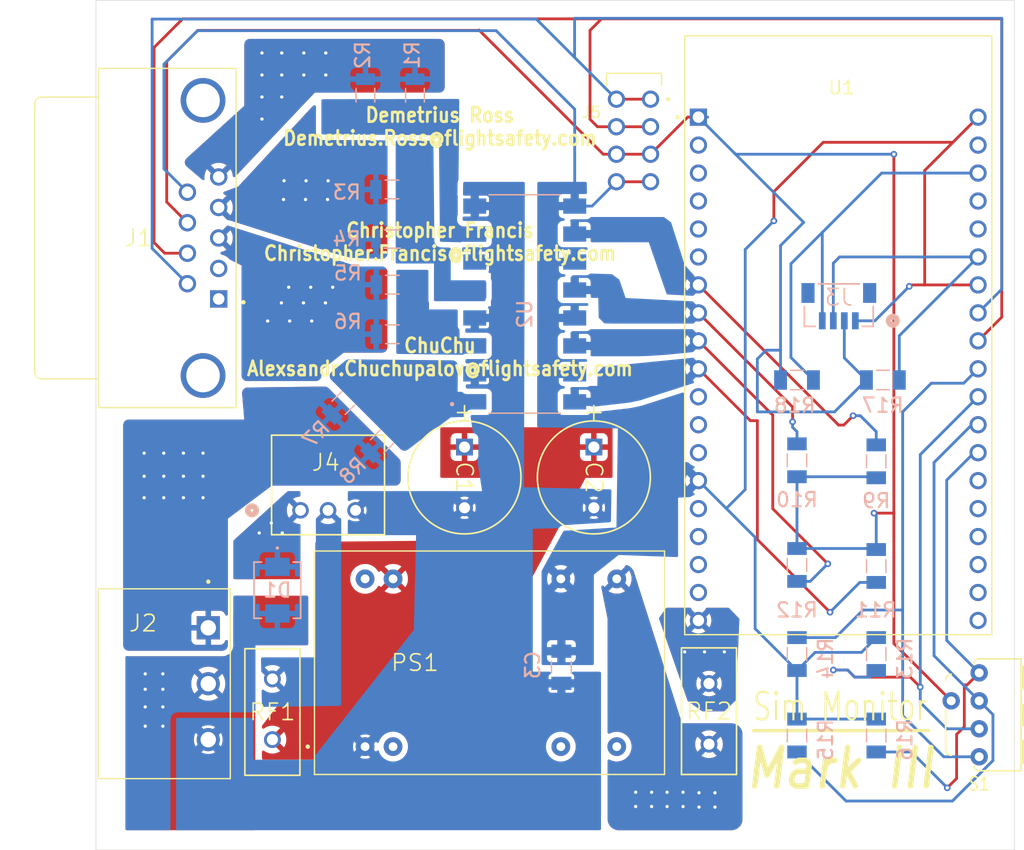
<source format=kicad_pcb>
(kicad_pcb (version 20241229) (generator "pcbnew") (generator_version "9.0")
  (layers (0 "F.Cu" signal) (2 "B.Cu" signal) (13 "F.Paste" user) (15 "B.Paste" user) (5 "F.SilkS" user "F.Silkscreen") (7 "B.SilkS" user "B.Silkscreen") (1 "F.Mask" user) (3 "B.Mask" user) (25 "Edge.Cuts" user))
  (net 0 "")
  (net 1 "-Vin")
  (net 4 "spare")
  (net 5 "ramp_down")
  (net 7 "ramp_up")
  (net 9 "sim_home")
  (net 14 "spare_opto")
  (net 15 "+3.3V")
  (net 16 "GPIO_25")
  (net 17 "GPIO_26")
  (net 18 "GPIO_16")
  (net 19 "ESP_GND2")
  (net 20 "GPIO_17")
  (net 21 "GPIO_4")
  (net 22 "/+VIN")
  (net 36 "GPIO_21")
  (net 41 "GPIO_22")
  (net 44 "+24V")
  (net 46 "GPIO_32")
  (net 47 "GPIO_33")
  (net 48 "GPIO_5")
  (net 49 "ramp_up_opto")
  (net 50 "/ramp_down_opto")
  (net 51 "/sim_home_opto")
  (net 52 "+VIN-dc")
  (net 53 "/+VOUT")
  (net 54 "+VOUT-esp")
  (net 55 "/+24V-Sim")
  (net 56 "GPIO_19")
  (net 57 "GPIO_18")
  (footprint "footprints:DRR3010" (layer "F.Cu") (at 175.75 117.31915 90)
    (property "Reference" "S1")
    (property "Value" "DRR3016")
  )
  (footprint "footprints:MODULE_ESP32-DEVKITC-32D" (layer "F.Cu") (at 162.95 82.78915)
    (property "Reference" "U1")
    (property "Value" "ESP32-DEVKITC-32D")
  )
  (footprint "footprints:CONN_S3B-EH_JST" (layer "F.Cu") (at 114.1049 98.7451)
    (property "Reference" "J4")
    (property "Value" "S3B-EH")
  )
  (footprint "footprints:ASSMANN_A-DF_09_A_KG-T4S" (layer "F.Cu") (at 106.67 79.545 -90)
    (property "Reference" "J1")
    (property "Value" "A-DF_09_A_KG-T4S")
  )
  (footprint "footprints:PTC_RESET_FUSE" (layer "F.Cu") (at 151.21 119.98915 90)
    (property "Reference" "RF2")
    (property "Value" "~" (hide yes))
  )
  (footprint "footprints:PHOENIX_1770979" (layer "F.Cu") (at 141.9 59.05 -90)
    (property "Reference" "J5")
    (property "Value" "1770979")
  )
  (footprint "footprints:PTC_RESET_FUSE" (layer "F.Cu") (at 111.55 114.0617 -90)
    (property "Reference" "RF1")
    (property "Value" "~" (hide yes))
  )
  (footprint "footprints:PCAP_10x12_5-THRU-ELECT_NCA" (layer "F.Cu") (at 140.75 93 -90)
    (property "Reference" "C2")
    (property "Value" "UHE2A470MPD")
  )
  (footprint "footprints:PHOENIX_1757255" (layer "F.Cu") (at 95.725 105.875 -90)
    (property "Reference" "J2")
    (property "Value" "jst-power")
  )
  (footprint "footprints:PCAP_10x12_5-THRU-ELECT_NCA" (layer "F.Cu") (at 129 93 -90)
    (property "Reference" "C1")
    (property "Value" "UHE2A470MPD")
  )
  (footprint "footprints:CONV_REC5A-2405SW_H2" (layer "F.Cu") (at 131.27 112.58915)
    (property "Reference" "PS1")
    (property "Value" "REC5A-2405SW_H2")
  )
  (footprint "footprints:CONN_BM04B-SRSS-TB_SPK" (layer "B.Cu") (at 163 80.106 180)
    (property "Reference" "J3")
    (property "Value" "JST -SM")
  )
  (footprint "footprints:RESC3216X75N" (layer "B.Cu") (at 159.2 86.906)
    (property "Reference" "R18")
    (property "Value" "CR1206-FX-1002ELF")
  )
  (footprint "footprints:RESC3216X75N" (layer "B.Cu") (at 166.4 103.8 90)
    (property "Reference" "R11")
    (property "Value" "CR1206-FX-1002ELF")
  )
  (footprint "footprints:RESC3216X75N" (layer "B.Cu") (at 166.4 111.8 90)
    (property "Reference" "R13")
    (property "Value" "CR1206-FX-1002ELF")
  )
  (footprint "footprints:RESC3115X65N" (layer "B.Cu") (at 122.45 82.75)
    (property "Reference" "R6" (hide yes))
    (property "Value" "CRGH1206J4K7")
  )
  (footprint "footprints:RESC3115X65N" (layer "B.Cu") (at 121.5 92.5 45)
    (property "Reference" "R8")
    (property "Value" "CRGH1206J4K7")
  )
  (footprint "footprints:DO214AASMB_CIP-L" (layer "B.Cu") (at 112 106 -90)
    (property "Reference" "D1")
    (property "Value" "SS34B-HF")
  )
  (footprint "footprints:RESC3115X65N" (layer "B.Cu") (at 124.5 61.04 -90)
    (property "Reference" "R1")
    (property "Value" "CRGH1206J4K7")
  )
  (footprint "footprints:RESC3115X65N" (layer "B.Cu") (at 122.45 78.25)
    (property "Reference" "R5" (hide yes))
    (property "Value" "CRGH1206J4K7")
  )
  (footprint "footprints:RESC3015X65N" (layer "B.Cu") (at 122.45 74.1)
    (property "Reference" "R4")
    (property "Value" "CRGH1206J4K7")
  )
  (footprint "footprints:RESC3115X65N" (layer "B.Cu") (at 122.41 69.6)
    (property "Reference" "R3")
    (property "Value" "CRGH1206J4K7")
  )
  (footprint "footprints:RESC3216X75N" (layer "B.Cu") (at 167 86.906)
    (property "Reference" "R17")
    (property "Value" "CR1206-FX-1002ELF")
  )
  (footprint "footprints:RESC3216X75N" (layer "B.Cu") (at 159.2 94.2 -90)
    (property "Reference" "R10")
    (property "Value" "CR1206-FX-1002ELF")
  )
  (footprint "footprints:SOIC254P1016X460-16N" (layer "B.Cu") (at 134.47 80)
    (property "Reference" "U2")
    (property "Value" "LTV-846S")
  )
  (footprint "footprints:RESC3216X75N" (layer "B.Cu") (at 166.4 94.294 -90)
    (property "Reference" "R9")
    (property "Value" "CR1206-FX-1002ELF")
  )
  (footprint "footprints:RESC3216X75N" (layer "B.Cu") (at 159.2 103.706 90)
    (property "Reference" "R12")
    (property "Value" "CR1206-FX-1002ELF")
  )
  (footprint "footprints:RESC3216X75N" (layer "B.Cu") (at 159.2 111.8 -90)
    (property "Reference" "R14")
    (property "Value" "CR1206-FX-1002ELF")
  )
  (footprint "footprints:RESC3216X75N" (layer "B.Cu") (at 166.4 119.2 90)
    (property "Reference" "R16")
    (property "Value" "CR1206-FX-1002ELF")
  )
  (footprint "footprints:RESC3115X65N" (layer "B.Cu") (at 120 61.04 -90)
    (property "Reference" "R2")
    (property "Value" "CRGH1206J4K7")
  )
  (footprint "footprints:RESC3216X75N" (layer "B.Cu") (at 159.2 119.2 90)
    (property "Reference" "R15")
    (property "Value" "CR1206-FX-1002ELF")
  )
  (footprint "footprints:CAPC3216X180N" (layer "B.Cu") (at 137.8 113 -90)
    (property "Reference" "C3")
    (property "Value" "1000pf/3kV")
  )
  (footprint "footprints:RESC3115X65N" (layer "B.Cu") (at 118 89 45)
    (property "Reference" "R7")
    (property "Value" "CRGH1206J4K7")
  )
  (gr_line (start 155.225 118.75) (end 171.175 118.75) (stroke (width 0.3)) (layer "F.SilkS"))
  (gr_rect (start 95.525 52.41415) (end 178.95 129.58915) (stroke (width 0.05)) (fill no) (layer "Edge.Cuts"))
  (gr_text "Mark III" (at 154.34 124.24 0) (layer "F.SilkS") (effects (font (size 3.5 3) (thickness 0.5) (bold yes) (italic yes)) (justify left bottom)))
  (gr_text "Demetrius Ross\nDemetrius.Ross@flightsafety.com\n\n\n\nChristopher Francis\nChristopher.Francis@flightsafety.com\n\n\n\nChuChu\nAlexsandr.Chuchupalov@flightsafety.com" (at 126.76931 74.356228 0) (layer "F.SilkS") (effects (font (size 1.3 1.15) (thickness 0.25) (bold yes))))
  (gr_text "Sim Monitor" (at 163.125 118.05 0) (layer "F.SilkS") (effects (font (size 2.5 1.75) (thickness 0.2)) (justify bottom)))
  (gr_text "R5\n" (at 118.4 77.2 0) (layer "B.SilkS") (effects (font (size 1.3 1.3) (thickness 0.2)) (justify mirror)))
  (gr_text "R6\n" (at 118.4 81.6 0) (layer "B.SilkS") (effects (font (size 1.3 1.3) (thickness 0.2)) (justify mirror)))
  (via (at 110.6 59.2) (size 0.6) (drill 0.3) (layers "F.Cu" "B.Cu") (net 4))
  (via (at 110.6 61.2) (size 0.6) (drill 0.3) (layers "F.Cu" "B.Cu") (net 4))
  (via (at 116.4 57.2) (size 0.6) (drill 0.3) (layers "F.Cu" "B.Cu") (net 4))
  (via (at 110.6 57.2) (size 0.6) (drill 0.3) (layers "F.Cu" "B.Cu") (net 4))
  (via (at 114.4 59.2) (size 0.6) (drill 0.3) (layers "F.Cu" "B.Cu") (net 4))
  (via (at 110.6 63.2) (size 0.6) (drill 0.3) (layers "F.Cu" "B.Cu") (net 4))
  (via (at 116.4 59.2) (size 0.6) (drill 0.3) (layers "F.Cu" "B.Cu") (net 4))
  (via (at 114.4 57.2) (size 0.6) (drill 0.3) (layers "F.Cu" "B.Cu") (net 4))
  (via (at 112.4 61.2) (size 0.6) (drill 0.3) (layers "F.Cu" "B.Cu") (net 4))
  (via (at 112.4 59.2) (size 0.6) (drill 0.3) (layers "F.Cu" "B.Cu") (net 4))
  (via (at 112.4 57.2) (size 0.6) (drill 0.3) (layers "F.Cu" "B.Cu") (net 4))
  (via (at 116.37 79.9) (size 0.6) (drill 0.3) (layers "F.Cu" "B.Cu") (net 5))
  (via (at 117.03 78.48) (size 0.6) (drill 0.3) (layers "F.Cu" "B.Cu") (net 5))
  (via (at 112.37 79.9) (size 0.6) (drill 0.3) (layers "F.Cu" "B.Cu") (net 5))
  (via (at 115.03 78.48) (size 0.6) (drill 0.3) (layers "F.Cu" "B.Cu") (net 5))
  (via (at 113.12 81.55) (size 0.6) (drill 0.3) (layers "F.Cu" "B.Cu") (net 5))
  (via (at 114.37 79.9) (size 0.6) (drill 0.3) (layers "F.Cu" "B.Cu") (net 5))
  (via (at 113.03 78.48) (size 0.6) (drill 0.3) (layers "F.Cu" "B.Cu") (net 5))
  (via (at 115.12 81.55) (size 0.6) (drill 0.3) (layers "F.Cu" "B.Cu") (net 5))
  (via (at 111.12 81.55) (size 0.6) (drill 0.3) (layers "F.Cu" "B.Cu") (net 5))
  (via (at 116.56 70.51) (size 0.6) (drill 0.3) (layers "F.Cu" "B.Cu") (net 7))
  (via (at 116.61 68.81) (size 0.6) (drill 0.3) (layers "F.Cu" "B.Cu") (net 7))
  (via (at 114.56 70.51) (size 0.6) (drill 0.3) (layers "F.Cu" "B.Cu") (net 7))
  (via (at 112.56 70.51) (size 0.6) (drill 0.3) (layers "F.Cu" "B.Cu") (net 7))
  (via (at 112.61 68.81) (size 0.6) (drill 0.3) (layers "F.Cu" "B.Cu") (net 7))
  (via (at 114.61 68.81) (size 0.6) (drill 0.3) (layers "F.Cu" "B.Cu") (net 7))
  (via (at 99.9 95.65) (size 0.6) (drill 0.3) (layers "F.Cu" "B.Cu") (net 9))
  (via (at 99.9 97.6) (size 0.6) (drill 0.3) (layers "F.Cu" "B.Cu") (net 9))
  (via (at 105.25 97.6) (size 0.6) (drill 0.3) (layers "F.Cu" "B.Cu") (net 9))
  (via (at 101.683333 95.65) (size 0.6) (drill 0.3) (layers "F.Cu" "B.Cu") (net 9))
  (via (at 101.683333 97.6) (size 0.6) (drill 0.3) (layers "F.Cu" "B.Cu") (net 9))
  (via (at 105.25 93.55) (size 0.6) (drill 0.3) (layers "F.Cu" "B.Cu") (net 9))
  (via (at 101.683333 93.55) (size 0.6) (drill 0.3) (layers "F.Cu" "B.Cu") (net 9))
  (via (at 105.25 95.65) (size 0.6) (drill 0.3) (layers "F.Cu" "B.Cu") (net 9))
  (via (at 103.466667 97.6) (size 0.6) (drill 0.3) (layers "F.Cu" "B.Cu") (net 9))
  (via (at 103.466667 93.55) (size 0.6) (drill 0.3) (layers "F.Cu" "B.Cu") (net 9))
  (via (at 99.9 93.55) (size 0.6) (drill 0.3) (layers "F.Cu" "B.Cu") (net 9))
  (via (at 103.466667 95.65) (size 0.6) (drill 0.3) (layers "F.Cu" "B.Cu") (net 9))
  (segment (start 142.8 66.4) (end 145.9 66.4) (width 0.254) (layer "F.Cu") (net 15))
  (segment (start 141.6 66.4) (end 130.325 55.125) (width 0.254) (layer "F.Cu") (net 15))
  (segment (start 101.95 57.975) (end 101.95 70.74) (width 0.254) (layer "F.Cu") (net 15))
  (segment (start 142.8 66.4) (end 141.6 66.4) (width 0.254) (layer "F.Cu") (net 15))
  (segment (start 150.25 63.02915) (end 149.27085 63.02915) (width 0.254) (layer "F.Cu") (net 15))
  (segment (start 130.3 55.15) (end 104.775 55.15) (width 0.254) (layer "F.Cu") (net 15))
  (segment (start 130.325 55.125) (end 130.3 55.15) (width 0.254) (layer "F.Cu") (net 15))
  (segment (start 168 110.83915) (end 168 99) (width 0.254) (layer "F.Cu") (net 15))
  (segment (start 173.21 116.04915) (end 168 110.83915) (width 0.254) (layer "F.Cu") (net 15))
  (segment (start 168 99) (end 166.2 99) (width 0.254) (layer "F.Cu") (net 15))
  (segment (start 101.95 70.74) (end 103.83 72.62) (width 0.254) (layer "F.Cu") (net 15))
  (segment (start 149.27085 63.02915) (end 145.9 66.4) (width 0.254) (layer "F.Cu") (net 15))
  (segment (start 168 99) (end 168 66.4) (width 0.254) (layer "F.Cu") (net 15))
  (segment (start 104.775 55.15) (end 101.95 57.975) (width 0.254) (layer "F.Cu") (net 15))
  (via (at 166.2 99) (size 0.6) (drill 0.3) (layers "F.Cu" "B.Cu") (net 15))
  (via (at 168 66.4) (size 0.6) (drill 0.3) (layers "F.Cu" "B.Cu") (net 15))
  (segment (start 166.4 99.2) (end 166.4 102.306) (width 0.254) (layer "B.Cu") (net 15))
  (segment (start 151.090301 63.02915) (end 150.25 63.02915) (width 0.254) (layer "B.Cu") (net 15))
  (segment (start 157.706 74.694) (end 157.706 84.2) (width 0.254) (layer "B.Cu") (net 15))
  (segment (start 157.706 84.2) (end 156.4 84.2) (width 0.254) (layer "B.Cu") (net 15))
  (segment (start 162.612 89.8) (end 155.6 89.8) (width 0.254) (layer "B.Cu") (net 15))
  (segment (start 166.306 102.212) (end 166.4 102.306) (width 0.254) (layer "B.Cu") (net 15))
  (segment (start 155.6 85) (end 155.6 89.8) (width 0.254) (layer "B.Cu") (net 15))
  (segment (start 156.4 84.2) (end 155.6 85) (width 0.254) (layer "B.Cu") (net 15))
  (segment (start 165.506 86.906) (end 162.612 89.8) (width 0.254) (layer "B.Cu") (net 15))
  (segment (start 153.510425 66.289575) (end 150.25 63.02915) (width 0.254) (layer "B.Cu") (net 15))
  (segment (start 159.810425 72.589575) (end 153.510425 66.289575) (width 0.254) (layer "B.Cu") (net 15))
  (segment (start 166.306 95.694) (end 166.4 95.788) (width 0.254) (layer "B.Cu") (net 15))
  (segment (start 159.2 102.212) (end 166.306 102.212) (width 0.254) (layer "B.Cu") (net 15))
  (segment (start 168 66.4) (end 153.62085 66.4) (width 0.254) (layer "B.Cu") (net 15))
  (segment (start 159.2 95.694) (end 166.306 95.694) (width 0.254) (layer "B.Cu") (net 15))
  (segment (start 159.2 95.694) (end 159.2 102.212) (width 0.254) (layer "B.Cu") (net 15))
  (segment (start 166.2 99) (end 166.4 99.2) (width 0.254) (layer "B.Cu") (net 15))
  (segment (start 165.506 86.906) (end 163.499999 84.899999) (width 0.254) (layer "B.Cu") (net 15))
  (segment (start 153.62085 66.4) (end 153.510425 66.289575) (width 0.254) (layer "B.Cu") (net 15))
  (segment (start 163.499999 84.899999) (end 163.499999 81.5276) (width 0.254) (layer "B.Cu") (net 15))
  (segment (start 157.706 84.2) (end 157.706 86.906) (width 0.254) (layer "B.Cu") (net 15))
  (segment (start 159.810425 72.589575) (end 157.706 74.694) (width 0.254) (layer "B.Cu") (net 15))
  (segment (start 162 103.6) (end 157 98.6) (width 0.254) (layer "F.Cu") (net 16))
  (segment (start 157 90.09915) (end 150.25 83.34915) (width 0.254) (layer "F.Cu") (net 16))
  (segment (start 157 98.6) (end 157 90.09915) (width 0.254) (layer "F.Cu") (net 16))
  (via (at 162 103.6) (size 0.6) (drill 0.3) (layers "F.Cu" "B.Cu") (net 16))
  (segment (start 160.4 105.2) (end 162 103.6) (width 0.254) (layer "B.Cu") (net 16))
  (segment (start 159.2 105.2) (end 160.4 105.2) (width 0.254) (layer "B.Cu") (net 16))
  (segment (start 154.96085 90.6) (end 150.25 85.88915) (width 0.254) (layer "F.Cu") (net 17))
  (segment (start 155.6 101.4) (end 155.6 90.6) (width 0.254) (layer "F.Cu") (net 17))
  (segment (start 162.2 108) (end 155.6 101.4) (width 0.254) (layer "F.Cu") (net 17))
  (segment (start 155.6 90.6) (end 154.96085 90.6) (width 0.254) (layer "F.Cu") (net 17))
  (via (at 162.2 108) (size 0.6) (drill 0.3) (layers "F.Cu" "B.Cu") (net 17))
  (segment (start 164.906 105.294) (end 162.2 108) (width 0.254) (layer "B.Cu") (net 17))
  (segment (start 166.4 105.294) (end 164.906 105.294) (width 0.254) (layer "B.Cu") (net 17))
  (segment (start 159.2 120.694) (end 163.656 125.15) (width 0.254) (layer "B.Cu") (net 18))
  (segment (start 175.08085 90.96915) (end 175.65 90.96915) (width 0.254) (layer "B.Cu") (net 18))
  (segment (start 171.65 94.4) (end 175.08085 90.96915) (width 0.254) (layer "B.Cu") (net 18))
  (segment (start 171.65 111.94915) (end 171.65 94.4) (width 0.254) (layer "B.Cu") (net 18))
  (segment (start 175.75 116.04915) (end 171.65 111.94915) (width 0.254) (layer "B.Cu") (net 18))
  (segment (start 177 117.29915) (end 175.75 116.04915) (width 0.254) (layer "B.Cu") (net 18))
  (segment (start 163.656 125.15) (end 173.322 125.15) (width 0.254) (layer "B.Cu") (net 18))
  (segment (start 173.322 125.15) (end 177 121.472) (width 0.254) (layer "B.Cu") (net 18))
  (segment (start 177 121.472) (end 177 117.29915) (width 0.254) (layer "B.Cu") (net 18))
  (segment (start 157.1 69.8) (end 161.585425 65.314575) (width 0.254) (layer "F.Cu") (net 19))
  (segment (start 157.1 72.45) (end 157.1 69.8) (width 0.254) (layer "F.Cu") (net 19))
  (segment (start 169.53085 78.26915) (end 170.8 78.26915) (width 0.254) (layer "F.Cu") (net 19))
  (segment (start 173.364575 65.314575) (end 175.65 63.02915) (width 0.254) (layer "F.Cu") (net 19))
  (segment (start 161.585425 65.314575) (end 173.364575 65.314575) (width 0.254) (layer "F.Cu") (net 19))
  (segment (start 169.4 78.4) (end 169.53085 78.26915) (width 0.254) (layer "F.Cu") (net 19))
  (segment (start 170.8 78.26915) (end 170.8 67.87915) (width 0.254) (layer "F.Cu") (net 19))
  (segment (start 142.8 68.9) (end 145.9 68.9) (width 0.254) (layer "F.Cu") (net 19))
  (segment (start 170.8 67.87915) (end 173.364575 65.314575) (width 0.254) (layer "F.Cu") (net 19))
  (segment (start 170.8 78.26915) (end 175.65 78.26915) (width 0.254) (layer "F.Cu") (net 19))
  (via (at 169.4 78.4) (size 0.6) (drill 0.3) (layers "F.Cu" "B.Cu") (net 19))
  (via (at 157.1 72.45) (size 0.6) (drill 0.3) (layers "F.Cu" "B.Cu") (net 19))
  (segment (start 152.775425 98.574575) (end 150.25 96.04915) (width 0.254) (layer "B.Cu") (net 19))
  (segment (start 155.4 109.494) (end 155.4 101.19915) (width 0.254) (layer "B.Cu") (net 19))
  (segment (start 155.4 101.19915) (end 152.775425 98.574575) (width 0.254) (layer "B.Cu") (net 19))
  (segment (start 165.056 111.65) (end 166.4 110.306) (width 0.254) (layer "B.Cu") (net 19))
  (segment (start 101.7 58.225) (end 101.7 67.72) (width 0.254) (layer "B.Cu") (net 19))
  (segment (start 139.01 62.31) (end 131.875 55.175) (width 0.254) (layer "B.Cu") (net 19))
  (segment (start 101.7 67.72) (end 103.83 69.85) (width 0.254) (layer "B.Cu") (net 19))
  (segment (start 104.75 55.175) (end 101.7 58.225) (width 0.254) (layer "B.Cu") (net 19))
  (segment (start 131.875 55.175) (end 104.75 55.175) (width 0.254) (layer "B.Cu") (net 19))
  (segment (start 160.844 111.65) (end 165.056 111.65) (width 0.254) (layer "B.Cu") (net 19))
  (segment (start 159.2 117.706) (end 166.4 117.706) (width 0.254) (layer "B.Cu") (net 19))
  (segment (start 159.2 113.294) (end 155.4 109.494) (width 0.254) (layer "B.Cu") (net 19))
  (segment (start 166.2724 81.5276) (end 169.4 78.4) (width 0.254) (layer "B.Cu") (net 19))
  (segment (start 140.59 71.11) (end 142.8 68.9) (width 0.254) (layer "B.Cu") (net 19))
  (segment (start 157.1 72.45) (end 154.5 75.05) (width 0.254) (layer "B.Cu") (net 19))
  (segment (start 154.5 96.85) (end 152.775425 98.574575) (width 0.254) (layer "B.Cu") (net 19))
  (segment (start 164.5 81.5276) (end 166.2724 81.5276) (width 0.254) (layer "B.Cu") (net 19))
  (segment (start 159.2 113.294) (end 160.844 111.65) (width 0.254) (layer "B.Cu") (net 19))
  (segment (start 139.01 71.11) (end 140.59 71.11) (width 0.254) (layer "B.Cu") (net 19))
  (segment (start 139.01 71.11) (end 139.01 62.31) (width 0.254) (layer "B.Cu") (net 19))
  (segment (start 159.2 117.706) (end 159.2 113.294) (width 0.254) (layer "B.Cu") (net 19))
  (segment (start 154.5 75.05) (end 154.5 96.85) (width 0.254) (layer "B.Cu") (net 19))
  (segment (start 163.8 113.25) (end 164.45 113.9) (width 0.254) (layer "F.Cu") (net 20))
  (segment (start 162.5 113.25) (end 163.8 113.25) (width 0.254) (layer "F.Cu") (net 20))
  (segment (start 164.45 113.9) (end 169.5 113.9) (width 0.254) (layer "F.Cu") (net 20))
  (segment (start 169.5 113.9) (end 170.4 114.8) (width 0.254) (layer "F.Cu") (net 20))
  (via (at 170.4 114.8) (size 0.6) (drill 0.3) (layers "F.Cu" "B.Cu") (net 20))
  (via (at 162.5 113.25) (size 0.6) (drill 0.3) (layers "F.Cu" "B.Cu") (net 20))
  (segment (start 170.4 114.8) (end 170.4 116.2) (width 0.254) (layer "B.Cu") (net 20))
  (segment (start 170.4 116.2) (end 172.78915 118.58915) (width 0.254) (layer "B.Cu") (net 20))
  (segment (start 170.4 114.8) (end 170.4 93.67915) (width 0.254) (layer "B.Cu") (net 20))
  (segment (start 165.794 113.9) (end 166.4 113.294) (width 0.254) (layer "B.Cu") (net 20))
  (segment (start 164.45 113.9) (end 165.794 113.9) (width 0.254) (layer "B.Cu") (net 20))
  (segment (start 172.78915 118.58915) (end 175.75 118.58915) (width 0.254) (layer "B.Cu") (net 20))
  (segment (start 162.5 113.25) (end 163.8 113.25) (width 0.254) (layer "B.Cu") (net 20))
  (segment (start 163.8 113.25) (end 164.45 113.9) (width 0.254) (layer "B.Cu") (net 20))
  (segment (start 170.4 93.67915) (end 175.65 88.42915) (width 0.254) (layer "B.Cu") (net 20))
  (segment (start 172.85 123.95) (end 173.7 123.1) (width 0.254) (layer "F.Cu") (net 21))
  (segment (start 174.65915 114.6) (end 175.75 113.50915) (width 0.254) (layer "F.Cu") (net 21))
  (segment (start 173.7 123.1) (end 173.7 119.1) (width 0.254) (layer "F.Cu") (net 21))
  (segment (start 174.4 118.4) (end 174.4 114.6) (width 0.254) (layer "F.Cu") (net 21))
  (segment (start 173.7 119.1) (end 174.4 118.4) (width 0.254) (layer "F.Cu") (net 21))
  (segment (start 174.4 114.6) (end 174.65915 114.6) (width 0.254) (layer "F.Cu") (net 21))
  (via (at 172.85 123.95) (size 0.6) (drill 0.3) (layers "F.Cu" "B.Cu") (net 21))
  (segment (start 175.75 113.50915) (end 172.8 110.55915) (width 0.254) (layer "B.Cu") (net 21))
  (segment (start 175.29085 93.50915) (end 175.65 93.50915) (width 0.254) (layer "B.Cu") (net 21))
  (segment (start 169.594 120.694) (end 172.85 123.95) (width 0.254) (layer "B.Cu") (net 21))
  (segment (start 172.8 96) (end 175.29085 93.50915) (width 0.254) (layer "B.Cu") (net 21))
  (segment (start 166.4 120.694) (end 169.594 120.694) (width 0.254) (layer "B.Cu") (net 21))
  (segment (start 172.8 110.55915) (end 172.8 96) (width 0.254) (layer "B.Cu") (net 21))
  (segment (start 168.494 82.88515) (end 175.65 75.72915) (width 0.254) (layer "B.Cu") (net 36))
  (segment (start 163.07085 75.72915) (end 175.65 75.72915) (width 0.254) (layer "B.Cu") (net 36))
  (segment (start 162.500001 76.299999) (end 163.07085 75.72915) (width 0.254) (layer "B.Cu") (net 36))
  (segment (start 168.494 86.906) (end 168.494 82.88515) (width 0.254) (layer "B.Cu") (net 36))
  (segment (start 162.500001 81.5276) (end 162.500001 76.299999) (width 0.254) (layer "B.Cu") (net 36))
  (segment (start 158.65 76.35) (end 161.5 73.5) (width 0.254) (layer "B.Cu") (net 41))
  (segment (start 161.5 73.5) (end 166.89085 68.10915) (width 0.254) (layer "B.Cu") (net 41))
  (segment (start 161.5 81.5276) (end 161.5 73.5) (width 0.254) (layer "B.Cu") (net 41))
  (segment (start 158.65 84.862) (end 158.65 76.35) (width 0.254) (layer "B.Cu") (net 41))
  (segment (start 160.694 86.906) (end 158.65 84.862) (width 0.254) (layer "B.Cu") (net 41))
  (segment (start 166.89085 68.10915) (end 175.65 68.10915) (width 0.254) (layer "B.Cu") (net 41))
  (via (at 111.45 99.9) (size 0.6) (drill 0.3) (layers "F.Cu" "B.Cu") (net 44))
  (via (at 110.35 100.8) (size 0.6) (drill 0.3) (layers "F.Cu" "B.Cu") (net 44))
  (via (at 112.45 100.8) (size 0.6) (drill 0.3) (layers "F.Cu" "B.Cu") (net 44))
  (segment (start 164.3 90.15) (end 163.45 91) (width 0.254) (layer "F.Cu") (net 46))
  (segment (start 163.45 91) (end 162.98085 91) (width 0.254) (layer "F.Cu") (net 46))
  (segment (start 162.98085 91) (end 150.25 78.26915) (width 0.254) (layer "F.Cu") (net 46))
  (via (at 164.3 90.15) (size 0.6) (drill 0.3) (layers "F.Cu" "B.Cu") (net 46))
  (segment (start 164.95 90.15) (end 166.4 91.6) (width 0.254) (layer "B.Cu") (net 46))
  (segment (start 164.3 90.15) (end 164.95 90.15) (width 0.254) (layer "B.Cu") (net 46))
  (segment (start 166.4 91.6) (end 166.4 92.8) (width 0.254) (layer "B.Cu") (net 46))
  (segment (start 158.8 90.7) (end 158.8 89.35915) (width 0.254) (layer "F.Cu") (net 47))
  (segment (start 158.8 89.35915) (end 150.25 80.80915) (width 0.254) (layer "F.Cu") (net 47))
  (via (at 158.8 90.7) (size 0.6) (drill 0.3) (layers "F.Cu" "B.Cu") (net 47))
  (segment (start 158.8 91.2) (end 159.2 91.6) (width 0.254) (layer "B.Cu") (net 47))
  (segment (start 158.8 90.7) (end 158.8 91.2) (width 0.254) (layer "B.Cu") (net 47))
  (segment (start 159.2 91.6) (end 159.2 92.706) (width 0.254) (layer "B.Cu") (net 47))
  (segment (start 175.75 121.12915) (end 175.54 121.33915) (width 0.254) (layer "F.Cu") (net 48))
  (segment (start 159.2 110.306) (end 162.694 110.306) (width 0.254) (layer "B.Cu") (net 48))
  (segment (start 162.694 110.306) (end 165.2 107.8) (width 0.254) (layer "B.Cu") (net 48))
  (segment (start 171.4 87.2) (end 174.33915 87.2) (width 0.254) (layer "B.Cu") (net 48))
  (segment (start 174.33915 87.2) (end 175.65 85.88915) (width 0.254) (layer "B.Cu") (net 48))
  (segment (start 168.8 107.8) (end 168.8 89.8) (width 0.254) (layer "B.Cu") (net 48))
  (segment (start 168.8 117.4) (end 172.52915 121.12915) (width 0.254) (layer "B.Cu") (net 48))
  (segment (start 168.8 89.8) (end 171.4 87.2) (width 0.254) (layer "B.Cu") (net 48))
  (segment (start 168.8 107.8) (end 168.8 117.4) (width 0.254) (layer "B.Cu") (net 48))
  (segment (start 172.52915 121.12915) (end 175.75 121.12915) (width 0.254) (layer "B.Cu") (net 48))
  (segment (start 165.2 107.8) (end 168.8 107.8) (width 0.254) (layer "B.Cu") (net 48))
  (via (at 148.85 124.35) (size 0.6) (drill 0.3) (layers "F.Cu" "B.Cu") (net 53))
  (via (at 148.85 125.65) (size 0.6) (drill 0.3) (layers "F.Cu" "B.Cu") (net 53))
  (via (at 146 124.35) (size 0.6) (drill 0.3) (layers "F.Cu" "B.Cu") (net 53))
  (via (at 144.55 124.35) (size 0.6) (drill 0.3) (layers "F.Cu" "B.Cu") (net 53))
  (via (at 151.75 125.7) (size 0.6) (drill 0.3) (layers "F.Cu" "B.Cu") (net 53))
  (via (at 144.55 125.65) (size 0.6) (drill 0.3) (layers "F.Cu" "B.Cu") (net 53))
  (via (at 150.3 124.4) (size 0.6) (drill 0.3) (layers "F.Cu" "B.Cu") (net 53))
  (via (at 147.4 124.35) (size 0.6) (drill 0.3) (layers "F.Cu" "B.Cu") (net 53))
  (via (at 150.3 125.7) (size 0.6) (drill 0.3) (layers "F.Cu" "B.Cu") (net 53))
  (via (at 151.75 124.4) (size 0.6) (drill 0.3) (layers "F.Cu" "B.Cu") (net 53))
  (via (at 146 125.65) (size 0.6) (drill 0.3) (layers "F.Cu" "B.Cu") (net 53))
  (via (at 147.4 125.65) (size 0.6) (drill 0.3) (layers "F.Cu" "B.Cu") (net 53))
  (via (at 150.8 111.6) (size 0.6) (drill 0.3) (layers "F.Cu" "B.Cu") (net 54))
  (via (at 152.6 111.6) (size 0.6) (drill 0.3) (layers "F.Cu" "B.Cu") (net 54))
  (via (at 149 111.6) (size 0.6) (drill 0.3) (layers "F.Cu" "B.Cu") (net 54))
  (via (at 100 116.6) (size 0.6) (drill 0.3) (layers "F.Cu" "B.Cu") (net 55))
  (via (at 100 118.35) (size 0.6) (drill 0.3) (layers "F.Cu" "B.Cu") (net 55))
  (via (at 100 113.6) (size 0.6) (drill 0.3) (layers "F.Cu" "B.Cu") (net 55))
  (via (at 101.6 118.35) (size 0.6) (drill 0.3) (layers "F.Cu" "B.Cu") (net 55))
  (via (at 101.6 113.6) (size 0.6) (drill 0.3) (layers "F.Cu" "B.Cu") (net 55))
  (via (at 100 115) (size 0.6) (drill 0.3) (layers "F.Cu" "B.Cu") (net 55))
  (via (at 101.6 115) (size 0.6) (drill 0.3) (layers "F.Cu" "B.Cu") (net 55))
  (via (at 101.6 116.6) (size 0.6) (drill 0.3) (layers "F.Cu" "B.Cu") (net 55))
  (segment (start 142.8 61.4) (end 145.9 61.4) (width 0.254) (layer "F.Cu") (net 56))
  (segment (start 139 54.05) (end 177.8 54.05) (width 0.254) (layer "B.Cu") (net 56))
  (segment (start 135.525 54.125) (end 100.625 54.125) (width 0.254) (layer "B.Cu") (net 56))
  (segment (start 177.8 54.05) (end 177.8 78.65915) (width 0.254) (layer "B.Cu") (net 56))
  (segment (start 139 54.05) (end 139 57.6) (width 0.254) (layer "B.Cu") (net 56))
  (segment (start 100.625 54.125) (end 100.625 74.955) (width 0.254) (layer "B.Cu") (net 56))
  (segment (start 139 57.6) (end 142.8 61.4) (width 0.254) (layer "B.Cu") (net 56))
  (segment (start 177.8 78.65915) (end 175.65 80.80915) (width 0.254) (layer "B.Cu") (net 56))
  (segment (start 100.625 74.955) (end 103.83 78.16) (width 0.254) (layer "B.Cu") (net 56))
  (segment (start 139 57.6) (end 135.525 54.125) (width 0.254) (layer "B.Cu") (net 56))
  (segment (start 100.8 56.7) (end 100.8 74.425) (width 0.254) (layer "F.Cu") (net 57))
  (segment (start 177.8 54.1) (end 141.45 54.1) (width 0.254) (layer "F.Cu") (net 57))
  (segment (start 142.8 63.9) (end 145.9 63.9) (width 0.254) (layer "F.Cu") (net 57))
  (segment (start 140.4 55.15) (end 140.4 63.225) (width 0.254) (layer "F.Cu") (net 57))
  (segment (start 103.4 54.1) (end 100.8 56.7) (width 0.254) (layer "F.Cu") (net 57))
  (segment (start 141.45 54.1) (end 140.4 55.15) (width 0.254) (layer "F.Cu") (net 57))
  (segment (start 175.65 83.34915) (end 177.8 81.19915) (width 0.254) (layer "F.Cu") (net 57))
  (segment (start 101.765 75.39) (end 103.83 75.39) (width 0.254) (layer "F.Cu") (net 57))
  (segment (start 141.45 54.1) (end 103.4 54.1) (width 0.254) (layer "F.Cu") (net 57))
  (segment (start 140.4 63.225) (end 141.075 63.9) (width 0.254) (layer "F.Cu") (net 57))
  (segment (start 141.075 63.9) (end 142.8 63.9) (width 0.254) (layer "F.Cu") (net 57))
  (segment (start 100.8 74.425) (end 101.765 75.39) (width 0.254) (layer "F.Cu") (net 57))
  (segment (start 177.8 81.19915) (end 177.8 54.1) (width 0.254) (layer "F.Cu") (net 57))
  (zone (net 22) (net_name "/+VIN") (layer "F.Cu") (name "24") (priority 12) (connect_pads (clearance 0.5)) (min_thickness 0.25) (fill yes (thermal_gap 0.5) (thermal_bridge_width 0.5))
    (polygon (pts (xy 115.45 112.1) (xy 110.6 118.309395) (xy 110.6 121.4) (xy 116.04 121.4) (xy 127.24 113.4) (xy 135.1 113.4) (xy 135.1 104.924138) (xy 140 95.8) (xy 142.45 95.8) (xy 142.45 91.2) (xy 126.8 91.2) (xy 126.8 95.8) (xy 131.8 95.8) (xy 131.8 101.45) (xy 115.45 101.6)))
  )
  (zone (net 5) (net_name "ramp_down") (layers "F.Cu" "B.Cu") (priority 8) (connect_pads (clearance 0.5)) (min_thickness 0.25) (fill yes (thermal_gap 0.5) (thermal_bridge_width 0.5) (smoothing fillet) (radius 0.5))
    (polygon (pts (xy 122 76.6) (xy 122 84.425) (xy 118.025 84.425) (xy 116 86) (xy 116 87) (xy 108.75 87) (xy 108.75 76.5) (xy 105.25 74.75) (xy 106.027777 72.416668) (xy 119.274999 76.6)))
  )
  (zone (net 51) (net_name "/sim_home_opto") (layers "F.Cu" "B.Cu") (priority 4) (connect_pads yes (clearance 0.5)) (min_thickness 0.25) (fill yes (thermal_gap 0.5) (thermal_bridge_width 0.75) (smoothing fillet) (radius 0.5))
    (polygon (pts (xy 123.5 93.5) (xy 116.5 86.5) (xy 118.340077 85.027939) (xy 128.398564 85.124268) (xy 128.375 87.975) (xy 131 88.017084) (xy 131 90.213333) (xy 127.75 90.3)))
  )
  (zone (net 7) (net_name "ramp_up") (layers "F.Cu" "B.Cu") (priority 6) (connect_pads (clearance 0.5)) (min_thickness 0.25) (fill yes (thermal_gap 0.5) (thermal_bridge_width 0.5) (smoothing fillet) (radius 0.5))
    (polygon (pts (xy 106 70.25) (xy 105.5 71.5) (xy 106 72.5) (xy 118.675 75.8) (xy 122 75.918251) (xy 122 61.9) (xy 115.335571 61.9) (xy 108.450251 69.331156)))
  )
  (zone (net 44) (net_name "+24V") (layers "F.Cu" "B.Cu") (name "24") (connect_pads (clearance 0.5)) (min_thickness 0.25) (fill yes (thermal_gap 0.5) (thermal_bridge_width 0.5))
    (polygon (pts (xy 108 105) (xy 108 101.5) (xy 113.5 96.5) (xy 114.1 96.5) (xy 114.1 105)))
  )
  (zone (net 55) (net_name "/+24V-Sim") (layers "F.Cu" "B.Cu") (priority 1) (connect_pads (clearance 0.5)) (min_thickness 0.25) (fill yes (thermal_gap 0.5) (thermal_bridge_width 0.5))
    (polygon (pts (xy 98.2 111.6) (xy 98.2 127.8) (xy 104.2 127.8) (xy 110 127.8) (xy 110 111) (xy 114.8 111) (xy 114.8 106.5) (xy 108 106.5) (xy 108 111.167647)))
  )
  (zone (net 53) (net_name "/+VOUT") (layers "F.Cu" "B.Cu") (name "ramp_down") (priority 7) (connect_pads (clearance 0.5)) (min_thickness 0.25) (fill yes (thermal_gap 0.5) (thermal_bridge_width 0.5) (smoothing fillet) (radius 1))
    (polygon (pts (xy 141.326923 105.219231) (xy 142 108.6) (xy 142.004282 127.799926) (xy 154.25 127.8) (xy 154.25 118.08915) (xy 148.75 118.08915) (xy 143.962389 103) (xy 141.4 105)))
  )
  (zone (net 9) (net_name "sim_home") (layers "F.Cu" "B.Cu") (priority 3) (connect_pads (clearance 0.5)) (min_thickness 0.25) (fill yes (thermal_gap 0.5) (thermal_bridge_width 0.5) (smoothing fillet) (radius 0.5))
    (polygon (pts (xy 98 111.5) (xy 98 90.5) (xy 109 90.5) (xy 108.75 87.6) (xy 116.5 87.5) (xy 123.2 94.2) (xy 123.2 96.5) (xy 111.5 96.5) (xy 107.5 99.5) (xy 107.5 111.5)))
  )
  (zone (net 54) (net_name "+VOUT-esp") (layers "F.Cu" "B.Cu") (priority 15) (connect_pads (clearance 0.5)) (min_thickness 0.25) (fill yes (thermal_gap 0.4) (thermal_bridge_width 0.5) (smoothing chamfer) (radius 1))
    (polygon (pts (xy 149.6 117) (xy 146.330434 107.6) (xy 154.008695 107.6) (xy 153.6 117)))
  )
  (zone (net 4) (net_name "spare") (layers "F.Cu" "B.Cu") (priority 5) (connect_pads (clearance 0.5)) (min_thickness 0.25) (fill yes (thermal_gap 0.5) (thermal_bridge_width 0.5) (smoothing fillet) (radius 0.5))
    (polygon (pts (xy 106.11 69.5) (xy 103.335965 67.149123) (xy 109 62) (xy 109 55.925) (xy 127.2 55.925) (xy 127.2 60.8) (xy 115.4 60.8) (xy 107.166666 69.5)))
  )
  (zone (net 50) (net_name "/ramp_down_opto") (layers "F.Cu" "B.Cu") (priority 9) (connect_pads yes (clearance 0.5)) (min_thickness 0.25) (fill yes (thermal_gap 0.5) (thermal_bridge_width 0.5))
    (polygon (pts (xy 122.8 84.537436) (xy 122.8 76.9) (xy 125.775 76.9) (xy 125.775 80.5) (xy 128.55 80.5) (xy 128.55 83.1) (xy 130.9803 83.1) (xy 130.933482 84.645002)))
  )
  (zone (net 14) (net_name "spare_opto") (layers "F.Cu" "B.Cu") (priority 11) (connect_pads yes (clearance 0.5)) (min_thickness 0.25) (fill yes (thermal_gap 0.4) (thermal_bridge_width 0.5))
    (polygon (pts (xy 116 64.6) (xy 126.675 64.675) (xy 126.76931 74.356228) (xy 131.2 74.45) (xy 131.225 72.775) (xy 128.45 72.675) (xy 128.45 69.55) (xy 128.525 61.375) (xy 116 61.4)))
  )
  (zone (net 0) (net_name "") (layers "F.Cu" "B.Cu") (name "ESP_Antenna") (connect_pads (clearance 0)) (min_thickness 0.25)
    (keepout (tracks not_allowed) (vias not_allowed) (pads not_allowed) (copperpour not_allowed) (footprints allowed))
    (fill (thermal_gap 0.4) (thermal_bridge_width 0.5))
    (polygon (pts (xy 152.8 62.2) (xy 152.8 55.6) (xy 173.4 55.6) (xy 173.4 62.2)))
  )
  (zone (net 19) (net_name "ESP_GND2") (layer "B.Cu") (priority 14) (connect_pads (clearance 0.5)) (min_thickness 0.25) (fill yes (thermal_gap 0.4) (thermal_bridge_width 0.75))
    (polygon (pts (xy 136 112.8) (xy 136 104.257142) (xy 138 100.6) (xy 142.8 100.3) (xy 142.930684 91.3034) (xy 135.598265 91.214596) (xy 135.61 68.91) (xy 140.11 68.91) (xy 140.15 72.2) (xy 140.3 83.75) (xy 140.3 83.95) (xy 140.3 87.5) (xy 148.95 87.984027) (xy 148.940464 94.325987) (xy 150.35 94.544366) (xy 150.35 97.491666) (xy 148.4 97.6) (xy 148.4 103) (xy 143 102.8) (xy 140.75 104.58915) (xy 140.75 112.8)))
  )
  (zone (net 16) (net_name "GPIO_25") (layer "B.Cu") (priority 18) (connect_pads (clearance 0.5)) (min_thickness 0.25) (fill yes (thermal_gap 0.4) (thermal_bridge_width 0.75) (smoothing chamfer) (radius 0.5))
    (polygon (pts (xy 138.45 82.29) (xy 150.60099 82.29) (xy 150.582 84.4) (xy 145.3 84.75) (xy 138.45 84.75)))
  )
  (zone (net 52) (net_name "+VIN-dc") (layer "B.Cu") (name "24") (priority 2) (connect_pads (clearance 0.5)) (min_thickness 0.25) (fill yes (thermal_gap 0.5) (thermal_bridge_width 0.5))
    (polygon (pts (xy 115.5 98.3) (xy 115.5 112.1) (xy 110.511765 112.1) (xy 110.6 116.6) (xy 117.8 116.502703) (xy 117.8 98.3)))
  )
  (zone (net 46) (net_name "GPIO_32") (layer "B.Cu") (priority 16) (connect_pads (clearance 0.5)) (min_thickness 0.25) (fill yes (thermal_gap 0.4) (thermal_bridge_width 0.75) (smoothing chamfer) (radius 0.5))
    (polygon (pts (xy 138.4 72.1) (xy 147.607882 72.1) (xy 149 76.450601) (xy 150.2 77.8) (xy 150.713253 80) (xy 150 80) (xy 147.6 79.8) (xy 145.740984 74.4) (xy 138.4 74.4)))
  )
  (zone (net 1) (net_name "-Vin") (layer "B.Cu") (name "-Vin") (priority 13) (connect_pads (clearance 0.5)) (min_thickness 0.25) (fill yes (thermal_gap 0.25) (thermal_bridge_width 0.75))
    (polygon (pts (xy 102.8 117.6) (xy 109.8 117.6) (xy 109.8 121.4) (xy 115.4 121.4) (xy 115.4 121.063159) (xy 124.4 109.6) (xy 124.6 101) (xy 118.4 101.004348) (xy 118.4 96.997333) (xy 130.6 97) (xy 129.1 87.35) (xy 129.05 80.2) (xy 131.4 80.2) (xy 131.4 77.2) (xy 128.75 77.2) (xy 128.88 68.91) (xy 134.48 68.91) (xy 134.4 96.65) (xy 142.421877 96.843807) (xy 142.359762 100.253339) (xy 135.2 100.42381) (xy 135.2 113.4) (xy 141.4 113.4) (xy 141.4 117.6) (xy 141.4 127.8) (xy 102.8 127.8)))
  )
  (zone (net 49) (net_name "ramp_up_opto") (layer "B.Cu") (priority 10) (connect_pads yes (clearance 0)) (min_thickness 0.25) (fill yes (thermal_gap 0.5) (thermal_bridge_width 0.5))
    (polygon (pts (xy 122.75 65.1) (xy 126.325 65.1) (xy 126.325 72.3) (xy 127.75 72.3) (xy 127.75 77.85) (xy 131.225 77.85) (xy 131.225 79.75) (xy 126.225 79.75) (xy 126.225 76.325) (xy 122.75 76.325)))
  )
  (zone (net 17) (net_name "GPIO_26") (layer "B.Cu") (priority 19) (connect_pads (clearance 0.5)) (min_thickness 0.25) (fill yes (thermal_gap 0.4) (thermal_bridge_width 0.75) (smoothing chamfer) (radius 0.5))
    (polygon (pts (xy 141.062351 87.444216) (xy 141.1 85.75) (xy 150.600246 84.797301) (xy 150.4 87) (xy 144.5 88.9) (xy 140.55 89.35) (xy 138.45 89.35) (xy 138.299963 87.449268)))
  )
  (zone (net 47) (net_name "GPIO_33") (layer "B.Cu") (priority 17) (connect_pads (clearance 0.5)) (min_thickness 0.25) (fill yes (thermal_gap 0.4) (thermal_bridge_width 0.75) (smoothing chamfer) (radius 0.5))
    (polygon (pts (xy 138.55 79.45) (xy 138.55 77.170001) (xy 142.901198 77.315041) (xy 143.634766 79.459315) (xy 150.705106 79.812164) (xy 150.8 82) (xy 141.2 81.75) (xy 141.15 79.45)))
  )
)
</source>
